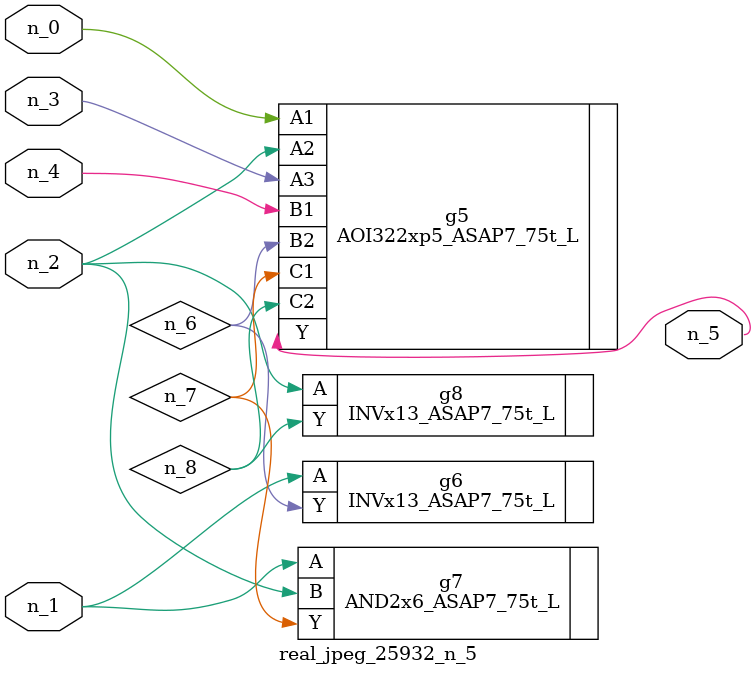
<source format=v>
module real_jpeg_25932_n_5 (n_4, n_0, n_1, n_2, n_3, n_5);

input n_4;
input n_0;
input n_1;
input n_2;
input n_3;

output n_5;

wire n_8;
wire n_6;
wire n_7;

AOI322xp5_ASAP7_75t_L g5 ( 
.A1(n_0),
.A2(n_2),
.A3(n_3),
.B1(n_4),
.B2(n_6),
.C1(n_7),
.C2(n_8),
.Y(n_5)
);

INVx13_ASAP7_75t_L g6 ( 
.A(n_1),
.Y(n_6)
);

AND2x6_ASAP7_75t_L g7 ( 
.A(n_1),
.B(n_2),
.Y(n_7)
);

INVx13_ASAP7_75t_L g8 ( 
.A(n_2),
.Y(n_8)
);


endmodule
</source>
